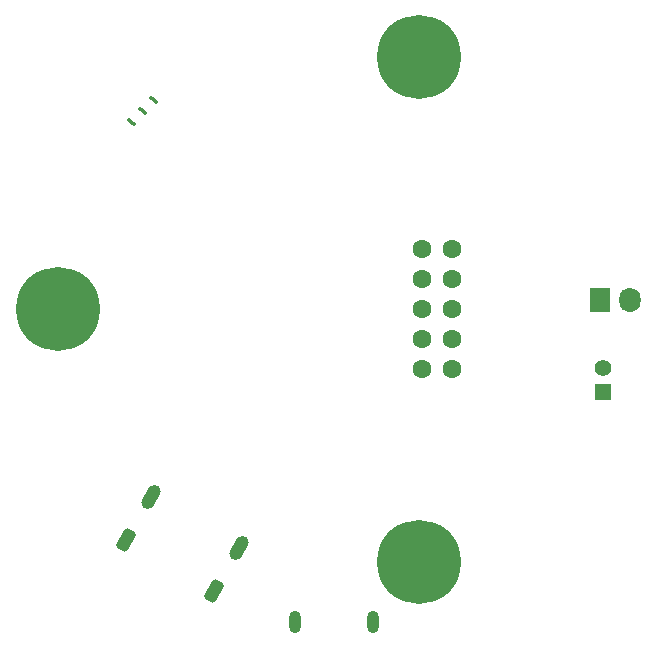
<source format=gbs>
G04*
G04 #@! TF.GenerationSoftware,Altium Limited,Altium Designer,25.1.2 (22)*
G04*
G04 Layer_Color=16711935*
%FSLAX44Y44*%
%MOMM*%
G71*
G04*
G04 #@! TF.SameCoordinates,4DC4BC11-A5A9-46D6-A818-46A4CD50810F*
G04*
G04*
G04 #@! TF.FilePolarity,Negative*
G04*
G01*
G75*
%ADD59O,1.0016X1.9016*%
G04:AMPARAMS|DCode=60|XSize=2.2016mm|YSize=1.1016mm|CornerRadius=0mm|HoleSize=0mm|Usage=FLASHONLY|Rotation=60.000|XOffset=0mm|YOffset=0mm|HoleType=Round|Shape=Round|*
%AMOVALD60*
21,1,1.1000,1.1016,0.0000,0.0000,60.0*
1,1,1.1016,-0.2750,-0.4763*
1,1,1.1016,0.2750,0.4763*
%
%ADD60OVALD60*%

G04:AMPARAMS|DCode=61|XSize=1.9016mm|YSize=1.1016mm|CornerRadius=0.3008mm|HoleSize=0mm|Usage=FLASHONLY|Rotation=60.000|XOffset=0mm|YOffset=0mm|HoleType=Round|Shape=RoundedRectangle|*
%AMROUNDEDRECTD61*
21,1,1.9016,0.5000,0,0,60.0*
21,1,1.3000,1.1016,0,0,60.0*
1,1,0.6016,0.5415,0.4379*
1,1,0.6016,-0.1085,-0.6879*
1,1,0.6016,-0.5415,-0.4379*
1,1,0.6016,0.1085,0.6879*
%
%ADD61ROUNDEDRECTD61*%
%ADD62C,7.1016*%
%ADD63O,1.8016X2.1016*%
%ADD64R,1.8016X2.1016*%
%ADD65C,1.4096*%
%ADD66R,1.4096X1.4096*%
%ADD67C,1.6016*%
G04:AMPARAMS|DCode=97|XSize=0.25mm|YSize=0.35mm|CornerRadius=0mm|HoleSize=0mm|Usage=FLASHONLY|Rotation=315.000|XOffset=0mm|YOffset=0mm|HoleType=Round|Shape=Rectangle|*
%AMROTATEDRECTD97*
4,1,4,-0.2121,-0.0354,0.0354,0.2121,0.2121,0.0354,-0.0354,-0.2121,-0.2121,-0.0354,0.0*
%
%ADD97ROTATEDRECTD97*%

G04:AMPARAMS|DCode=99|XSize=0.55mm|YSize=0.35mm|CornerRadius=0mm|HoleSize=0mm|Usage=FLASHONLY|Rotation=315.000|XOffset=0mm|YOffset=0mm|HoleType=Round|Shape=Rectangle|*
%AMROTATEDRECTD99*
4,1,4,-0.3182,0.0707,-0.0707,0.3182,0.3182,-0.0707,0.0707,-0.3182,-0.3182,0.0707,0.0*
%
%ADD99ROTATEDRECTD99*%

D59*
X319770Y15000D02*
D03*
X253770D02*
D03*
D60*
X206201Y77620D02*
D03*
X131376Y120820D02*
D03*
D61*
X185301Y41420D02*
D03*
X110476Y84620D02*
D03*
D62*
X52500Y280000D02*
D03*
X358370Y66426D02*
D03*
X358374Y493574D02*
D03*
D63*
X536786Y287480D02*
D03*
D64*
X511386D02*
D03*
D65*
X514474Y230237D02*
D03*
D66*
Y210237D02*
D03*
D67*
X361070Y254600D02*
D03*
Y229200D02*
D03*
X386470D02*
D03*
Y254600D02*
D03*
Y280000D02*
D03*
X361070D02*
D03*
Y305400D02*
D03*
X386470D02*
D03*
Y330800D02*
D03*
X361070D02*
D03*
D97*
X113157Y440625D02*
D03*
X117046Y436736D02*
D03*
X122505Y449973D02*
D03*
X126394Y446084D02*
D03*
X131854Y459322D02*
D03*
X135743Y455433D02*
D03*
D99*
X115101Y438680D02*
D03*
X124450Y448029D02*
D03*
X133798Y457377D02*
D03*
M02*

</source>
